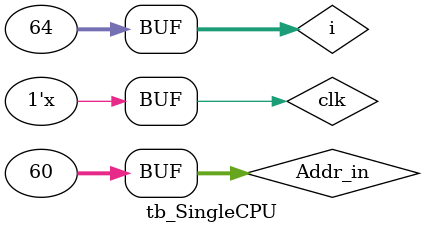
<source format=v>
module tb_SingleCPU;
reg [31:0] Addr_in;
reg clk;
wire [31:0] Addr_o;
// wire [31:0]alu_result;
// wire ALUSrc;
// wire [31:0]mux32b1_out;
// wire [31:0]dm_out;
integer i;

SingleCPU uut(
    Addr_in,
    clk,
    Addr_o
    // alu_result,
    // ALUSrc
    // mux32b1_out,
    // dm_out
);

initial begin
    i <= 0;
    clk <= 0;
    #10
    clk <= !clk;
    for(i=0;i<64;i=i+4)begin
        #10
        clk <= !clk;
        #10
        clk <= !clk;
        Addr_in <= i;
    end


end


endmodule
</source>
